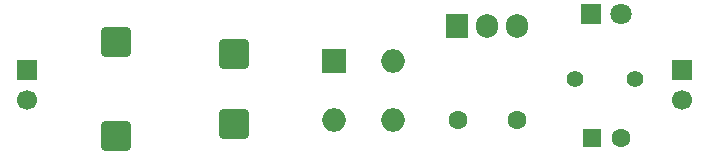
<source format=gbr>
%TF.GenerationSoftware,KiCad,Pcbnew,9.0.4*%
%TF.CreationDate,2025-10-03T00:17:37+05:30*%
%TF.ProjectId,Project 3,50726f6a-6563-4742-9033-2e6b69636164,rev?*%
%TF.SameCoordinates,Original*%
%TF.FileFunction,Soldermask,Bot*%
%TF.FilePolarity,Negative*%
%FSLAX46Y46*%
G04 Gerber Fmt 4.6, Leading zero omitted, Abs format (unit mm)*
G04 Created by KiCad (PCBNEW 9.0.4) date 2025-10-03 00:17:37*
%MOMM*%
%LPD*%
G01*
G04 APERTURE LIST*
G04 Aperture macros list*
%AMRoundRect*
0 Rectangle with rounded corners*
0 $1 Rounding radius*
0 $2 $3 $4 $5 $6 $7 $8 $9 X,Y pos of 4 corners*
0 Add a 4 corners polygon primitive as box body*
4,1,4,$2,$3,$4,$5,$6,$7,$8,$9,$2,$3,0*
0 Add four circle primitives for the rounded corners*
1,1,$1+$1,$2,$3*
1,1,$1+$1,$4,$5*
1,1,$1+$1,$6,$7*
1,1,$1+$1,$8,$9*
0 Add four rect primitives between the rounded corners*
20,1,$1+$1,$2,$3,$4,$5,0*
20,1,$1+$1,$4,$5,$6,$7,0*
20,1,$1+$1,$6,$7,$8,$9,0*
20,1,$1+$1,$8,$9,$2,$3,0*%
G04 Aperture macros list end*
%ADD10C,1.800000*%
%ADD11R,1.800000X1.800000*%
%ADD12C,1.700000*%
%ADD13R,1.700000X1.700000*%
%ADD14C,1.600000*%
%ADD15O,1.905000X2.000000*%
%ADD16R,1.905000X2.000000*%
%ADD17O,2.000000X2.000000*%
%ADD18R,2.000000X2.000000*%
%ADD19C,1.400000*%
%ADD20RoundRect,0.381000X-0.889000X-0.889000X0.889000X-0.889000X0.889000X0.889000X-0.889000X0.889000X0*%
%ADD21RoundRect,0.250000X-0.550000X-0.550000X0.550000X-0.550000X0.550000X0.550000X-0.550000X0.550000X0*%
G04 APERTURE END LIST*
D10*
%TO.C,D2*%
X173770000Y-94000000D03*
D11*
X171230000Y-94000000D03*
%TD*%
D12*
%TO.C,J2*%
X179000000Y-101265000D03*
D13*
X179000000Y-98725000D03*
%TD*%
D14*
%TO.C,C1*%
X165000000Y-103000000D03*
X160000000Y-103000000D03*
%TD*%
D15*
%TO.C,U1*%
X165000000Y-95000000D03*
X162460000Y-95000000D03*
D16*
X159920000Y-95000000D03*
%TD*%
D12*
%TO.C,J1*%
X123500000Y-101265000D03*
D13*
X123500000Y-98725000D03*
%TD*%
D17*
%TO.C,D1*%
X154500000Y-98000000D03*
X154500000Y-103000000D03*
X149500000Y-103000000D03*
D18*
X149500000Y-98000000D03*
%TD*%
D19*
%TO.C,R1*%
X175000000Y-99500000D03*
X169920000Y-99500000D03*
%TD*%
D20*
%TO.C,T1*%
X141000000Y-97350000D03*
X141000000Y-103350000D03*
X131000000Y-104350000D03*
X131000000Y-96350000D03*
%TD*%
D14*
%TO.C,C2*%
X173817621Y-104500000D03*
D21*
X171317621Y-104500000D03*
%TD*%
M02*

</source>
